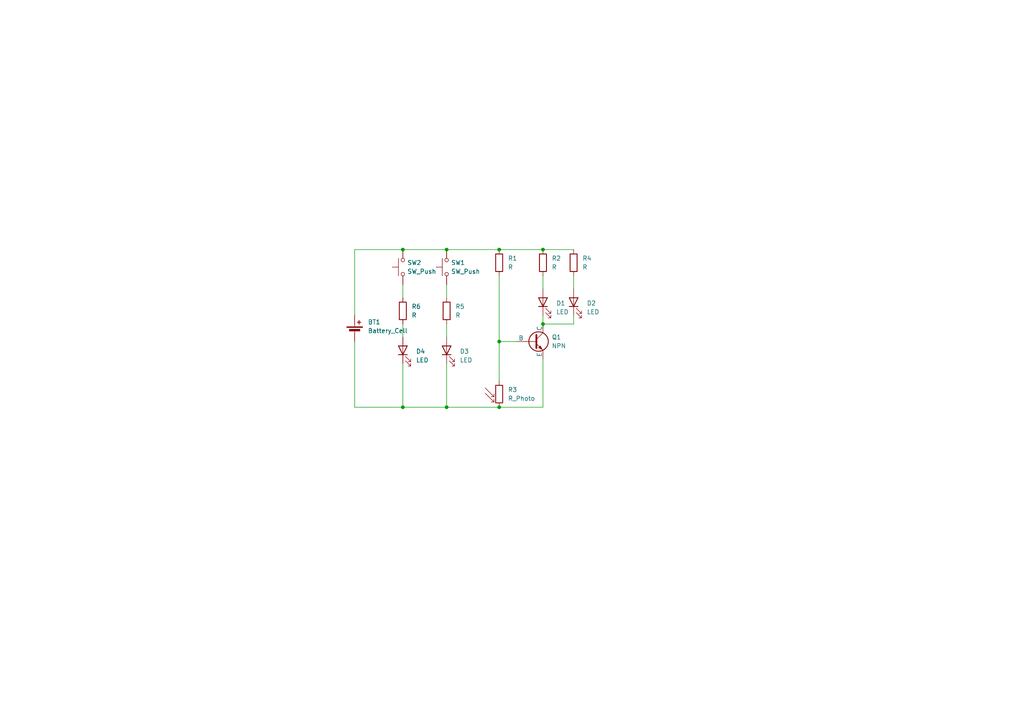
<source format=kicad_sch>
(kicad_sch (version 20250114) (generator "eeschema") (generator_version "9.0")
  (paper "A4")
  (lib_symbols
    (symbol "Device:Battery_Cell" (pin_numbers (hide yes)) (pin_names (offset 0) (hide yes))
      (property "Reference" "BT" (at 2.54 2.54 0))
      (property "Value" "Battery_Cell" (at 2.54 0 0))
      (symbol "Battery_Cell_0_1"
        (rectangle (start -2.286 1.778) (end 2.286 1.524) (fill (type outline)))
        (rectangle (start -1.524 1.016) (end 1.524 0.508) (fill (type outline)))
        (polyline (pts (xy 0 1.778) (xy 0 2.54)))
        (polyline (pts (xy 0 0.762) (xy 0 0)))
        (polyline (pts (xy 0.762 3.048) (xy 1.778 3.048)) (stroke (width 0.254)))
        (polyline (pts (xy 1.27 3.556) (xy 1.27 2.54)) (stroke (width 0.254)))
      )
      (symbol "Battery_Cell_1_1"
        (pin passive line (at 0 5.08 270) (length 2.54) (name "+") (number "1"))
        (pin passive line (at 0 -2.54 90) (length 2.54) (name "-") (number "2"))
      )
    )
    (symbol "Device:LED" (pin_numbers (hide yes)) (pin_names (offset 1.016) (hide yes))
      (property "Reference" "D" (at 0 2.54 0))
      (property "Value" "LED" (at 0 -2.54 0))
      (symbol "LED_0_1"
        (polyline (pts (xy -3.048 -0.762) (xy -4.572 -2.286) (xy -3.81 -2.286) (xy -4.572 -2.286) (xy -4.572 -1.524)))
        (polyline (pts (xy -1.778 -0.762) (xy -3.302 -2.286) (xy -2.54 -2.286) (xy -3.302 -2.286) (xy -3.302 -1.524)))
        (polyline (pts (xy -1.27 0) (xy 1.27 0)))
        (polyline (pts (xy -1.27 -1.27) (xy -1.27 1.27)) (stroke (width 0.254)))
        (polyline (pts (xy 1.27 -1.27) (xy 1.27 1.27) (xy -1.27 0) (xy 1.27 -1.27)) (stroke (width 0.254)))
      )
      (symbol "LED_1_1"
        (pin passive line (at -3.81 0 0) (length 2.54) (name "K") (number "1"))
        (pin passive line (at 3.81 0 180) (length 2.54) (name "A") (number "2"))
      )
    )
    (symbol "Device:R" (pin_numbers (hide yes)) (pin_names (offset 0))
      (property "Reference" "R" (at 2.032 0 90))
      (property "Value" "R" (at 0 0 90))
      (symbol "R_0_1"
        (rectangle (start -1.016 -2.54) (end 1.016 2.54) (stroke (width 0.254)))
      )
      (symbol "R_1_1"
        (pin passive line (at 0 3.81 270) (length 1.27) (name "~") (number "1"))
        (pin passive line (at 0 -3.81 90) (length 1.27) (name "~") (number "2"))
      )
    )
    (symbol "Device:R_Photo" (pin_numbers (hide yes)) (pin_names (offset 0))
      (property "Reference" "R" (at 1.27 1.27 0))
      (property "Value" "R_Photo" (at 1.27 0 0))
      (symbol "R_Photo_0_1"
        (polyline (pts (xy -1.524 -0.762) (xy -4.064 1.778)))
        (polyline (pts (xy -1.524 -0.762) (xy -2.286 -0.762)))
        (polyline (pts (xy -1.524 -0.762) (xy -1.524 0)))
        (polyline (pts (xy -1.524 -2.286) (xy -4.064 0.254)))
        (polyline (pts (xy -1.524 -2.286) (xy -2.286 -2.286)))
        (polyline (pts (xy -1.524 -2.286) (xy -1.524 -1.524)))
        (rectangle (start -1.016 2.54) (end 1.016 -2.54) (stroke (width 0.254)))
      )
      (symbol "R_Photo_1_1"
        (pin passive line (at 0 3.81 270) (length 1.27) (name "~") (number "1"))
        (pin passive line (at 0 -3.81 90) (length 1.27) (name "~") (number "2"))
      )
    )
    (symbol "Simulation_SPICE:NPN" (pin_numbers (hide yes)) (pin_names (offset 0))
      (property "Reference" "Q" (at -2.54 7.62 0))
      (property "Value" "NPN" (at -2.54 5.08 0))
      (symbol "NPN_0_1"
        (polyline (pts (xy -2.54 0) (xy 0.635 0)) (stroke (width 0.1524)))
        (polyline (pts (xy 0.635 1.905) (xy 0.635 -1.905) (xy 0.635 -1.905)) (stroke (width 0.508)))
        (polyline (pts (xy 0.635 0.635) (xy 2.54 2.54)))
        (polyline (pts (xy 0.635 -0.635) (xy 2.54 -2.54) (xy 2.54 -2.54)))
        (circle (center 1.27 0) (radius 2.8194) (stroke (width 0.254)))
        (polyline (pts (xy 1.27 -1.778) (xy 1.778 -1.27) (xy 2.286 -2.286) (xy 1.27 -1.778) (xy 1.27 -1.778)) (fill (type outline)))
        (polyline (pts (xy 2.794 -1.27) (xy 2.794 -1.27)) (stroke (width 0.1524)))
        (polyline (pts (xy 2.794 -1.27) (xy 2.794 -1.27)) (stroke (width 0.1524)))
      )
      (symbol "NPN_1_1"
        (pin input line (at -5.08 0 0) (length 2.54) (name "B") (number "2"))
        (pin open_collector line (at 2.54 5.08 270) (length 2.54) (name "C") (number "1"))
        (pin open_emitter line (at 2.54 -5.08 90) (length 2.54) (name "E") (number "3"))
      )
    )
    (symbol "Switch:SW_Push" (pin_numbers (hide yes)) (pin_names (offset 1.016) (hide yes))
      (property "Reference" "SW" (at 1.27 2.54 0))
      (property "Value" "SW_Push" (at 0 -1.524 0))
      (symbol "SW_Push_0_1"
        (circle (center -2.032 0) (radius 0.508))
        (polyline (pts (xy 0 1.27) (xy 0 3.048)))
        (circle (center 2.032 0) (radius 0.508))
        (polyline (pts (xy 2.54 1.27) (xy -2.54 1.27)))
        (pin passive line (at -5.08 0 0) (length 2.54) (name "1") (number "1"))
        (pin passive line (at 5.08 0 180) (length 2.54) (name "2") (number "2"))
      )
    )
  )
  (junction (at 116.84 118.11))
  (junction (at 144.78 72.39))
  (junction (at 129.54 118.11))
  (junction (at 157.48 72.39))
  (junction (at 144.78 118.11))
  (junction (at 157.48 93.98))
  (junction (at 129.54 72.39))
  (junction (at 144.78 99.06))
  (junction (at 116.84 72.39))
  (wire (pts (xy 116.84 93.98) (xy 116.84 97.79)))
  (wire (pts (xy 129.54 82.55) (xy 129.54 86.36)))
  (wire (pts (xy 157.48 91.44) (xy 157.48 93.98)))
  (wire (pts (xy 166.37 93.98) (xy 157.48 93.98)))
  (wire (pts (xy 157.48 118.11) (xy 144.78 118.11)))
  (wire (pts (xy 157.48 72.39) (xy 166.37 72.39)))
  (wire (pts (xy 116.84 72.39) (xy 129.54 72.39)))
  (wire (pts (xy 116.84 118.11) (xy 129.54 118.11)))
  (wire (pts (xy 129.54 72.39) (xy 144.78 72.39)))
  (wire (pts (xy 157.48 93.98) (xy 157.48 95.25)))
  (wire (pts (xy 144.78 99.06) (xy 149.86 99.06)))
  (wire (pts (xy 102.87 118.11) (xy 116.84 118.11)))
  (wire (pts (xy 102.87 72.39) (xy 102.87 91.44)))
  (wire (pts (xy 116.84 72.39) (xy 102.87 72.39)))
  (wire (pts (xy 129.54 118.11) (xy 144.78 118.11)))
  (wire (pts (xy 144.78 80.01) (xy 144.78 99.06)))
  (wire (pts (xy 144.78 99.06) (xy 144.78 110.49)))
  (wire (pts (xy 144.78 72.39) (xy 157.48 72.39)))
  (wire (pts (xy 116.84 105.41) (xy 116.84 118.11)))
  (wire (pts (xy 116.84 82.55) (xy 116.84 86.36)))
  (wire (pts (xy 129.54 105.41) (xy 129.54 118.11)))
  (wire (pts (xy 157.48 80.01) (xy 157.48 83.82)))
  (wire (pts (xy 157.48 104.14) (xy 157.48 118.11)))
  (wire (pts (xy 102.87 99.06) (xy 102.87 118.11)))
  (wire (pts (xy 166.37 91.44) (xy 166.37 93.98)))
  (wire (pts (xy 129.54 93.98) (xy 129.54 97.79)))
  (wire (pts (xy 166.37 80.01) (xy 166.37 83.82)))
  (symbol (lib_id "Device:LED") (at 116.84 101.6 90) (unit 1)
    (property "Reference" "D4" (at 120.65 101.9174 90) (effects (justify right)))
    (property "Value" "LED" (at 120.65 104.4574 90) (effects (justify right)))
    (property "Footprint" "LED_THT:LED_D5.0mm" (effects (hide yes)))
    (property "Description" "Light emitting diode" (effects (hide yes)))
    (property "Sim.Pins" "1=K 2=A" (effects (hide yes)))
  )
  (symbol (lib_id "Switch:SW_Push") (at 116.84 77.47 90) (unit 1)
    (property "Reference" "SW2" (at 118.11 76.1999 90) (effects (justify right)))
    (property "Value" "SW_Push" (at 118.11 78.7399 90) (effects (justify right)))
    (property "Footprint" "Button_Switch_THT:SW_PUSH_6mm" (effects (hide yes)))
    (property "Description" "Push button switch, generic, two pins" (effects (hide yes)))
  )
  (symbol (lib_id "Device:LED") (at 157.48 87.63 90) (unit 1)
    (property "Reference" "D1" (at 161.29 87.9474 90) (effects (justify right)))
    (property "Value" "LED" (at 161.29 90.4874 90) (effects (justify right)))
    (property "Footprint" "LED_THT:LED_D5.0mm" (effects (hide yes)))
    (property "Description" "Light emitting diode" (effects (hide yes)))
    (property "Sim.Pins" "1=K 2=A" (effects (hide yes)))
  )
  (symbol (lib_id "Device:R") (at 144.78 76.2 0) (unit 1)
    (property "Reference" "R1" (at 147.32 74.9299 0) (effects (justify left)))
    (property "Value" "R" (at 147.32 77.4699 0) (effects (justify left)))
    (property "Footprint" "Resistor_THT:R_Axial_DIN0207_L6.3mm_D2.5mm_P7.62mm_Horizontal" (effects (hide yes)))
    (property "Description" "Resistor" (effects (hide yes)))
  )
  (symbol (lib_id "Device:R") (at 157.48 76.2 0) (unit 1)
    (property "Reference" "R2" (at 160.02 74.9299 0) (effects (justify left)))
    (property "Value" "R" (at 160.02 77.4699 0) (effects (justify left)))
    (property "Footprint" "Resistor_THT:R_Axial_DIN0207_L6.3mm_D2.5mm_P7.62mm_Horizontal" (effects (hide yes)))
    (property "Description" "Resistor" (effects (hide yes)))
  )
  (symbol (lib_id "Switch:SW_Push") (at 129.54 77.47 90) (unit 1)
    (property "Reference" "SW1" (at 130.81 76.1999 90) (effects (justify right)))
    (property "Value" "SW_Push" (at 130.81 78.7399 90) (effects (justify right)))
    (property "Footprint" "Button_Switch_THT:SW_PUSH_6mm" (effects (hide yes)))
    (property "Description" "Push button switch, generic, two pins" (effects (hide yes)))
  )
  (symbol (lib_id "Simulation_SPICE:NPN") (at 154.94 99.06 0) (unit 1)
    (property "Reference" "Q1" (at 160.02 97.7899 0) (effects (justify left)))
    (property "Value" "NPN" (at 160.02 100.3299 0) (effects (justify left)))
    (property "Footprint" "Package_TO_SOT_THT:TO-92L_HandSolder" (effects (hide yes)))
    (property "Datasheet" "https://ngspice.sourceforge.io/docs/ngspice-html-manual/manual.xhtml#cha_BJTs" (effects (hide yes)))
    (property "Description" "Bipolar transistor symbol for simulation only, substrate tied to the emitter" (effects (hide yes)))
    (property "Sim.Device" "NPN" (effects (hide yes)))
    (property "Sim.Type" "GUMMELPOON" (effects (hide yes)))
    (property "Sim.Pins" "1=C 2=B 3=E" (effects (hide yes)))
  )
  (symbol (lib_id "Device:LED") (at 166.37 87.63 90) (unit 1)
    (property "Reference" "D2" (at 170.18 87.9474 90) (effects (justify right)))
    (property "Value" "LED" (at 170.18 90.4874 90) (effects (justify right)))
    (property "Footprint" "LED_THT:LED_D5.0mm" (effects (hide yes)))
    (property "Description" "Light emitting diode" (effects (hide yes)))
    (property "Sim.Pins" "1=K 2=A" (effects (hide yes)))
  )
  (symbol (lib_id "Device:R") (at 166.37 76.2 0) (unit 1)
    (property "Reference" "R4" (at 168.91 74.9299 0) (effects (justify left)))
    (property "Value" "R" (at 168.91 77.4699 0) (effects (justify left)))
    (property "Footprint" "Resistor_THT:R_Axial_DIN0207_L6.3mm_D2.5mm_P7.62mm_Horizontal" (effects (hide yes)))
    (property "Description" "Resistor" (effects (hide yes)))
  )
  (symbol (lib_id "Device:Battery_Cell") (at 102.87 96.52 0) (unit 1)
    (property "Reference" "BT1" (at 106.68 93.4084 0) (effects (justify left)))
    (property "Value" "Battery_Cell" (at 106.68 95.9484 0) (effects (justify left)))
    (property "Footprint" "Battery:BatteryHolder_Keystone_3034_1x20mm" (effects (hide yes)))
    (property "Description" "Single-cell battery" (effects (hide yes)))
  )
  (symbol (lib_id "Device:R") (at 129.54 90.17 0) (unit 1)
    (property "Reference" "R5" (at 132.08 88.8999 0) (effects (justify left)))
    (property "Value" "R" (at 132.08 91.4399 0) (effects (justify left)))
    (property "Footprint" "Resistor_THT:R_Axial_DIN0207_L6.3mm_D2.5mm_P7.62mm_Horizontal" (effects (hide yes)))
    (property "Description" "Resistor" (effects (hide yes)))
  )
  (symbol (lib_id "Device:R_Photo") (at 144.78 114.3 0) (unit 1)
    (property "Reference" "R3" (at 147.32 113.0299 0) (effects (justify left)))
    (property "Value" "R_Photo" (at 147.32 115.5699 0) (effects (justify left)))
    (property "Footprint" "OptoDevice:R_LDR_5.1x4.3mm_P3.4mm_Vertical" (effects (hide yes)))
    (property "Description" "Photoresistor" (effects (hide yes)))
  )
  (symbol (lib_id "Device:R") (at 116.84 90.17 0) (unit 1)
    (property "Reference" "R6" (at 119.38 88.8999 0) (effects (justify left)))
    (property "Value" "R" (at 119.38 91.4399 0) (effects (justify left)))
    (property "Footprint" "Resistor_THT:R_Axial_DIN0207_L6.3mm_D2.5mm_P7.62mm_Horizontal" (effects (hide yes)))
    (property "Description" "Resistor" (effects (hide yes)))
  )
  (symbol (lib_id "Device:LED") (at 129.54 101.6 90) (unit 1)
    (property "Reference" "D3" (at 133.35 101.9174 90) (effects (justify right)))
    (property "Value" "LED" (at 133.35 104.4574 90) (effects (justify right)))
    (property "Footprint" "LED_THT:LED_D5.0mm" (effects (hide yes)))
    (property "Description" "Light emitting diode" (effects (hide yes)))
    (property "Sim.Pins" "1=K 2=A" (effects (hide yes)))
  )
)
</source>
